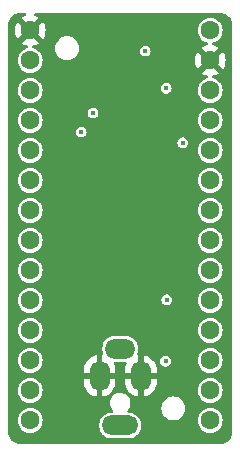
<source format=gbr>
%TF.GenerationSoftware,KiCad,Pcbnew,8.0.1-8.0.1-1~ubuntu22.04.1*%
%TF.CreationDate,2024-04-06T21:19:23+01:00*%
%TF.ProjectId,CONTROLLER_teensy4,434f4e54-524f-44c4-9c45-525f7465656e,rev?*%
%TF.SameCoordinates,Original*%
%TF.FileFunction,Copper,L3,Inr*%
%TF.FilePolarity,Positive*%
%FSLAX46Y46*%
G04 Gerber Fmt 4.6, Leading zero omitted, Abs format (unit mm)*
G04 Created by KiCad (PCBNEW 8.0.1-8.0.1-1~ubuntu22.04.1) date 2024-04-06 21:19:23*
%MOMM*%
%LPD*%
G01*
G04 APERTURE LIST*
G04 Aperture macros list*
%AMRoundRect*
0 Rectangle with rounded corners*
0 $1 Rounding radius*
0 $2 $3 $4 $5 $6 $7 $8 $9 X,Y pos of 4 corners*
0 Add a 4 corners polygon primitive as box body*
4,1,4,$2,$3,$4,$5,$6,$7,$8,$9,$2,$3,0*
0 Add four circle primitives for the rounded corners*
1,1,$1+$1,$2,$3*
1,1,$1+$1,$4,$5*
1,1,$1+$1,$6,$7*
1,1,$1+$1,$8,$9*
0 Add four rect primitives between the rounded corners*
20,1,$1+$1,$2,$3,$4,$5,0*
20,1,$1+$1,$4,$5,$6,$7,0*
20,1,$1+$1,$6,$7,$8,$9,0*
20,1,$1+$1,$8,$9,$2,$3,0*%
G04 Aperture macros list end*
%TA.AperFunction,ComponentPad*%
%ADD10RoundRect,0.800000X-0.050000X-0.450000X0.050000X-0.450000X0.050000X0.450000X-0.050000X0.450000X0*%
%TD*%
%TA.AperFunction,ComponentPad*%
%ADD11RoundRect,0.800000X-0.450000X0.050000X-0.450000X-0.050000X0.450000X-0.050000X0.450000X0.050000X0*%
%TD*%
%TA.AperFunction,ComponentPad*%
%ADD12RoundRect,0.800000X-0.700000X0.050000X-0.700000X-0.050000X0.700000X-0.050000X0.700000X0.050000X0*%
%TD*%
%TA.AperFunction,ComponentPad*%
%ADD13C,1.600000*%
%TD*%
%TA.AperFunction,ViaPad*%
%ADD14C,0.400000*%
%TD*%
G04 APERTURE END LIST*
D10*
%TO.N,GND*%
%TO.C,J5*%
X101750000Y-96745000D03*
D11*
%TO.N,/extRef*%
X100000000Y-94445000D03*
D10*
%TO.N,GND*%
X98250000Y-96745000D03*
D12*
%TO.N,/extRef*%
X100000000Y-100945000D03*
%TD*%
D13*
%TO.N,GND*%
%TO.C,U1*%
X92380000Y-67490000D03*
%TO.N,unconnected-(U1-0_RX1_CRX2_CS1-Pad2)*%
X92380000Y-70030000D03*
%TO.N,unconnected-(U1-1_TX1_CTX2_MISO1-Pad3)*%
X92380000Y-72570000D03*
%TO.N,/addr_bus_0*%
X92380000Y-75110000D03*
%TO.N,/addr_bus_1*%
X92380000Y-77650000D03*
%TO.N,/addr_bus_2*%
X92380000Y-80190000D03*
%TO.N,/addr_bus_3*%
X92380000Y-82730000D03*
%TO.N,/addr_bus_4*%
X92380000Y-85270000D03*
%TO.N,/IO2*%
X92380000Y-87810000D03*
%TO.N,/IO1_out*%
X92380000Y-90350000D03*
%TO.N,unconnected-(U1-9_OUT1C-Pad11)*%
X92380000Y-92890000D03*
%TO.N,unconnected-(U1-10_CS_MQSR-Pad12)*%
X92380000Y-95430000D03*
%TO.N,/PICO*%
X92380000Y-97970000D03*
%TO.N,/POCI*%
X92380000Y-100510000D03*
%TO.N,/SCLK*%
X107620000Y-100510000D03*
%TO.N,unconnected-(U1-14_A0_TX3_SPDIF_OUT-Pad21)*%
X107620000Y-97970000D03*
%TO.N,Net-(JP1-B)*%
X107620000Y-95430000D03*
%TO.N,Net-(JP2-B)*%
X107620000Y-92890000D03*
%TO.N,Net-(JP3-B)*%
X107620000Y-90350000D03*
%TO.N,/i2C_SCL*%
X107620000Y-87810000D03*
%TO.N,/I2C_SDA*%
X107620000Y-85270000D03*
%TO.N,unconnected-(U1-20_A6_TX5_LRCLK1-Pad27)*%
X107620000Y-82730000D03*
%TO.N,unconnected-(U1-21_A7_RX5_BCLK1-Pad28)*%
X107620000Y-80190000D03*
%TO.N,unconnected-(U1-22_A8_CTX1-Pad29)*%
X107620000Y-77650000D03*
%TO.N,unconnected-(U1-23_A9_CRX1_MCLK1-Pad30)*%
X107620000Y-75110000D03*
%TO.N,3V3_TEENSY*%
X107620000Y-72570000D03*
%TO.N,GND*%
X107620000Y-70030000D03*
%TO.N,unconnected-(U1-VIN-Pad33)*%
X107620000Y-67490000D03*
%TD*%
D14*
%TO.N,GND*%
X100000000Y-68220000D03*
%TO.N,/AUX1*%
X102125000Y-69250000D03*
X103850001Y-95500000D03*
%TO.N,/AUX3*%
X103900000Y-72400000D03*
X103950001Y-90300000D03*
%TO.N,GND*%
X100000000Y-80300000D03*
%TO.N,/PICO*%
X96700000Y-76100000D03*
%TO.N,/SCLK*%
X105300000Y-77000000D03*
%TO.N,/POCI*%
X97700000Y-74500000D03*
%TD*%
%TA.AperFunction,Conductor*%
%TO.N,GND*%
G36*
X92003918Y-66030185D02*
G01*
X92049673Y-66082989D01*
X92059617Y-66152147D01*
X92030592Y-66215703D01*
X91971814Y-66253477D01*
X91968972Y-66254275D01*
X91933682Y-66263730D01*
X91933673Y-66263734D01*
X91727516Y-66359866D01*
X91727512Y-66359868D01*
X91654526Y-66410973D01*
X91654526Y-66410974D01*
X92209765Y-66966212D01*
X92167708Y-66977482D01*
X92042292Y-67049890D01*
X91939890Y-67152292D01*
X91867482Y-67277708D01*
X91856212Y-67319764D01*
X91300974Y-66764526D01*
X91300973Y-66764526D01*
X91249868Y-66837512D01*
X91249866Y-66837516D01*
X91153734Y-67043673D01*
X91153730Y-67043682D01*
X91094860Y-67263389D01*
X91094858Y-67263400D01*
X91075034Y-67489997D01*
X91075034Y-67490002D01*
X91094858Y-67716599D01*
X91094860Y-67716610D01*
X91153730Y-67936317D01*
X91153735Y-67936331D01*
X91249863Y-68142478D01*
X91300974Y-68215472D01*
X91856212Y-67660234D01*
X91867482Y-67702292D01*
X91939890Y-67827708D01*
X92042292Y-67930110D01*
X92167708Y-68002518D01*
X92209765Y-68013787D01*
X91654526Y-68569025D01*
X91727513Y-68620132D01*
X91727521Y-68620136D01*
X91933668Y-68716264D01*
X91933682Y-68716269D01*
X92129256Y-68768673D01*
X92188917Y-68805038D01*
X92219446Y-68867885D01*
X92211151Y-68937261D01*
X92166666Y-68991138D01*
X92133158Y-69007109D01*
X91976043Y-69054769D01*
X91865898Y-69113643D01*
X91793550Y-69152315D01*
X91793548Y-69152316D01*
X91793547Y-69152317D01*
X91633589Y-69283589D01*
X91502317Y-69443547D01*
X91404769Y-69626043D01*
X91344699Y-69824067D01*
X91324417Y-70030000D01*
X91344699Y-70235932D01*
X91350972Y-70256610D01*
X91404768Y-70433954D01*
X91502315Y-70616450D01*
X91502317Y-70616452D01*
X91633589Y-70776410D01*
X91730209Y-70855702D01*
X91793550Y-70907685D01*
X91976046Y-71005232D01*
X92174066Y-71065300D01*
X92174065Y-71065300D01*
X92192529Y-71067118D01*
X92380000Y-71085583D01*
X92585934Y-71065300D01*
X92783954Y-71005232D01*
X92966450Y-70907685D01*
X93126410Y-70776410D01*
X93257685Y-70616450D01*
X93355232Y-70433954D01*
X93415300Y-70235934D01*
X93435583Y-70030002D01*
X106315034Y-70030002D01*
X106334858Y-70256599D01*
X106334860Y-70256610D01*
X106393730Y-70476317D01*
X106393735Y-70476331D01*
X106489863Y-70682478D01*
X106540974Y-70755472D01*
X107096212Y-70200234D01*
X107107482Y-70242292D01*
X107179890Y-70367708D01*
X107282292Y-70470110D01*
X107407708Y-70542518D01*
X107449765Y-70553787D01*
X106894526Y-71109025D01*
X106967513Y-71160132D01*
X106967521Y-71160136D01*
X107173668Y-71256264D01*
X107173682Y-71256269D01*
X107369256Y-71308673D01*
X107428917Y-71345038D01*
X107459446Y-71407885D01*
X107451151Y-71477261D01*
X107406666Y-71531138D01*
X107373158Y-71547109D01*
X107216043Y-71594769D01*
X107105898Y-71653643D01*
X107033550Y-71692315D01*
X107033548Y-71692316D01*
X107033547Y-71692317D01*
X106873589Y-71823589D01*
X106742317Y-71983547D01*
X106644769Y-72166043D01*
X106584699Y-72364067D01*
X106564417Y-72570000D01*
X106584699Y-72775932D01*
X106607319Y-72850499D01*
X106644768Y-72973954D01*
X106742315Y-73156450D01*
X106742317Y-73156452D01*
X106873589Y-73316410D01*
X106970209Y-73395702D01*
X107033550Y-73447685D01*
X107216046Y-73545232D01*
X107414066Y-73605300D01*
X107414065Y-73605300D01*
X107432529Y-73607118D01*
X107620000Y-73625583D01*
X107825934Y-73605300D01*
X108023954Y-73545232D01*
X108206450Y-73447685D01*
X108366410Y-73316410D01*
X108497685Y-73156450D01*
X108595232Y-72973954D01*
X108655300Y-72775934D01*
X108675583Y-72570000D01*
X108655300Y-72364066D01*
X108595232Y-72166046D01*
X108497685Y-71983550D01*
X108445702Y-71920209D01*
X108366410Y-71823589D01*
X108206452Y-71692317D01*
X108206453Y-71692317D01*
X108206450Y-71692315D01*
X108023954Y-71594768D01*
X107866840Y-71547108D01*
X107808402Y-71508811D01*
X107779946Y-71444999D01*
X107790506Y-71375932D01*
X107836730Y-71323538D01*
X107870743Y-71308673D01*
X108066317Y-71256269D01*
X108066331Y-71256264D01*
X108272478Y-71160136D01*
X108345471Y-71109024D01*
X107790234Y-70553787D01*
X107832292Y-70542518D01*
X107957708Y-70470110D01*
X108060110Y-70367708D01*
X108132518Y-70242292D01*
X108143787Y-70200234D01*
X108699024Y-70755471D01*
X108750136Y-70682478D01*
X108846264Y-70476331D01*
X108846269Y-70476317D01*
X108905139Y-70256610D01*
X108905141Y-70256599D01*
X108924966Y-70030002D01*
X108924966Y-70029997D01*
X108905141Y-69803400D01*
X108905139Y-69803389D01*
X108846269Y-69583682D01*
X108846264Y-69583668D01*
X108750136Y-69377521D01*
X108750132Y-69377513D01*
X108699025Y-69304526D01*
X108143787Y-69859764D01*
X108132518Y-69817708D01*
X108060110Y-69692292D01*
X107957708Y-69589890D01*
X107832292Y-69517482D01*
X107790234Y-69506212D01*
X108345472Y-68950974D01*
X108272478Y-68899863D01*
X108066331Y-68803735D01*
X108066319Y-68803731D01*
X107870742Y-68751326D01*
X107811082Y-68714961D01*
X107780553Y-68652114D01*
X107788848Y-68582738D01*
X107833333Y-68528860D01*
X107866837Y-68512892D01*
X108023954Y-68465232D01*
X108206450Y-68367685D01*
X108366410Y-68236410D01*
X108497685Y-68076450D01*
X108595232Y-67893954D01*
X108655300Y-67695934D01*
X108675583Y-67490000D01*
X108655300Y-67284066D01*
X108595232Y-67086046D01*
X108497685Y-66903550D01*
X108383592Y-66764526D01*
X108366410Y-66743589D01*
X108206452Y-66612317D01*
X108206453Y-66612317D01*
X108206450Y-66612315D01*
X108023954Y-66514768D01*
X107825934Y-66454700D01*
X107825932Y-66454699D01*
X107825934Y-66454699D01*
X107620000Y-66434417D01*
X107414067Y-66454699D01*
X107216043Y-66514769D01*
X107110259Y-66571313D01*
X107033550Y-66612315D01*
X107033548Y-66612316D01*
X107033547Y-66612317D01*
X106873589Y-66743589D01*
X106742317Y-66903547D01*
X106644769Y-67086043D01*
X106584699Y-67284067D01*
X106564417Y-67490000D01*
X106584699Y-67695932D01*
X106590972Y-67716610D01*
X106644768Y-67893954D01*
X106742315Y-68076450D01*
X106742317Y-68076452D01*
X106873589Y-68236410D01*
X106970209Y-68315702D01*
X107033550Y-68367685D01*
X107216046Y-68465232D01*
X107373160Y-68512891D01*
X107431597Y-68551187D01*
X107460053Y-68614999D01*
X107449493Y-68684067D01*
X107403269Y-68736460D01*
X107369257Y-68751326D01*
X107173680Y-68803731D01*
X107173673Y-68803734D01*
X106967516Y-68899866D01*
X106967512Y-68899868D01*
X106894526Y-68950973D01*
X106894526Y-68950974D01*
X107449765Y-69506212D01*
X107407708Y-69517482D01*
X107282292Y-69589890D01*
X107179890Y-69692292D01*
X107107482Y-69817708D01*
X107096212Y-69859764D01*
X106540974Y-69304526D01*
X106540973Y-69304526D01*
X106489868Y-69377512D01*
X106489866Y-69377516D01*
X106393734Y-69583673D01*
X106393730Y-69583682D01*
X106334860Y-69803389D01*
X106334858Y-69803400D01*
X106315034Y-70029997D01*
X106315034Y-70030002D01*
X93435583Y-70030002D01*
X93435583Y-70030000D01*
X93415300Y-69824066D01*
X93355232Y-69626046D01*
X93257685Y-69443550D01*
X93143592Y-69304526D01*
X93126410Y-69283589D01*
X92966452Y-69152317D01*
X92966453Y-69152317D01*
X92966450Y-69152315D01*
X92783954Y-69054768D01*
X92626840Y-69007108D01*
X92615994Y-69000000D01*
X94484611Y-69000000D01*
X94504121Y-69198095D01*
X94561903Y-69388574D01*
X94655731Y-69564114D01*
X94655735Y-69564121D01*
X94782011Y-69717988D01*
X94935878Y-69844264D01*
X94935885Y-69844268D01*
X95111425Y-69938096D01*
X95111427Y-69938097D01*
X95301907Y-69995879D01*
X95500000Y-70015389D01*
X95698093Y-69995879D01*
X95888573Y-69938097D01*
X96064120Y-69844265D01*
X96217988Y-69717988D01*
X96344265Y-69564120D01*
X96438097Y-69388573D01*
X96480133Y-69250000D01*
X101669867Y-69250000D01*
X101688302Y-69378225D01*
X101718134Y-69443547D01*
X101742118Y-69496063D01*
X101826951Y-69593967D01*
X101935931Y-69664004D01*
X102057442Y-69699682D01*
X102060225Y-69700499D01*
X102060227Y-69700500D01*
X102060228Y-69700500D01*
X102189773Y-69700500D01*
X102189773Y-69700499D01*
X102314069Y-69664004D01*
X102423049Y-69593967D01*
X102507882Y-69496063D01*
X102561697Y-69378226D01*
X102580133Y-69250000D01*
X102561697Y-69121774D01*
X102507882Y-69003937D01*
X102423049Y-68906033D01*
X102314069Y-68835996D01*
X102314065Y-68835994D01*
X102314064Y-68835994D01*
X102189774Y-68799500D01*
X102189772Y-68799500D01*
X102060228Y-68799500D01*
X102060226Y-68799500D01*
X101935935Y-68835994D01*
X101935932Y-68835995D01*
X101935931Y-68835996D01*
X101886311Y-68867885D01*
X101826950Y-68906033D01*
X101742118Y-69003937D01*
X101742117Y-69003938D01*
X101688302Y-69121774D01*
X101669867Y-69250000D01*
X96480133Y-69250000D01*
X96495879Y-69198093D01*
X96515389Y-69000000D01*
X96495879Y-68801907D01*
X96438097Y-68611427D01*
X96359954Y-68465232D01*
X96344268Y-68435885D01*
X96344264Y-68435878D01*
X96217988Y-68282011D01*
X96064121Y-68155735D01*
X96064114Y-68155731D01*
X95888574Y-68061903D01*
X95698095Y-68004121D01*
X95500000Y-67984611D01*
X95301904Y-68004121D01*
X95111425Y-68061903D01*
X94935885Y-68155731D01*
X94935878Y-68155735D01*
X94782011Y-68282011D01*
X94655735Y-68435878D01*
X94655731Y-68435885D01*
X94561903Y-68611425D01*
X94504121Y-68801904D01*
X94484611Y-69000000D01*
X92615994Y-69000000D01*
X92568402Y-68968811D01*
X92539946Y-68904999D01*
X92550506Y-68835932D01*
X92596730Y-68783538D01*
X92630743Y-68768673D01*
X92826317Y-68716269D01*
X92826331Y-68716264D01*
X93032478Y-68620136D01*
X93105471Y-68569024D01*
X92550234Y-68013787D01*
X92592292Y-68002518D01*
X92717708Y-67930110D01*
X92820110Y-67827708D01*
X92892518Y-67702292D01*
X92903787Y-67660234D01*
X93459024Y-68215471D01*
X93510136Y-68142478D01*
X93606264Y-67936331D01*
X93606269Y-67936317D01*
X93665139Y-67716610D01*
X93665141Y-67716599D01*
X93684966Y-67490002D01*
X93684966Y-67489997D01*
X93665141Y-67263400D01*
X93665139Y-67263389D01*
X93606269Y-67043682D01*
X93606264Y-67043668D01*
X93510136Y-66837521D01*
X93510132Y-66837513D01*
X93459025Y-66764526D01*
X92903787Y-67319764D01*
X92892518Y-67277708D01*
X92820110Y-67152292D01*
X92717708Y-67049890D01*
X92592292Y-66977482D01*
X92550234Y-66966212D01*
X93105472Y-66410974D01*
X93032478Y-66359863D01*
X92826331Y-66263735D01*
X92826317Y-66263730D01*
X92791028Y-66254275D01*
X92731367Y-66217910D01*
X92700838Y-66155063D01*
X92709133Y-66085688D01*
X92753618Y-66031810D01*
X92820170Y-66010535D01*
X92823121Y-66010500D01*
X108494588Y-66010500D01*
X108505394Y-66010971D01*
X108661019Y-66024587D01*
X108682297Y-66028338D01*
X108827951Y-66067366D01*
X108848261Y-66074759D01*
X108984915Y-66138482D01*
X109003633Y-66149289D01*
X109127154Y-66235779D01*
X109143712Y-66249673D01*
X109250326Y-66356287D01*
X109264220Y-66372845D01*
X109350710Y-66496366D01*
X109361517Y-66515084D01*
X109425240Y-66651738D01*
X109432633Y-66672049D01*
X109471659Y-66817696D01*
X109475412Y-66838982D01*
X109489028Y-66994604D01*
X109489500Y-67005412D01*
X109489500Y-101494587D01*
X109489028Y-101505395D01*
X109475412Y-101661017D01*
X109471659Y-101682303D01*
X109432633Y-101827950D01*
X109425240Y-101848261D01*
X109361517Y-101984915D01*
X109350710Y-102003633D01*
X109264220Y-102127154D01*
X109250326Y-102143712D01*
X109143712Y-102250326D01*
X109127154Y-102264220D01*
X109003633Y-102350710D01*
X108984915Y-102361517D01*
X108848261Y-102425240D01*
X108827950Y-102432633D01*
X108682303Y-102471659D01*
X108661017Y-102475412D01*
X108527247Y-102487116D01*
X108505393Y-102489028D01*
X108494588Y-102489500D01*
X91505412Y-102489500D01*
X91494606Y-102489028D01*
X91469584Y-102486838D01*
X91338982Y-102475412D01*
X91317696Y-102471659D01*
X91172049Y-102432633D01*
X91151738Y-102425240D01*
X91015084Y-102361517D01*
X90996366Y-102350710D01*
X90872845Y-102264220D01*
X90856287Y-102250326D01*
X90749673Y-102143712D01*
X90735779Y-102127154D01*
X90649289Y-102003633D01*
X90638482Y-101984915D01*
X90574759Y-101848261D01*
X90567366Y-101827950D01*
X90528338Y-101682297D01*
X90524587Y-101661016D01*
X90510972Y-101505394D01*
X90510500Y-101494587D01*
X90510500Y-100510000D01*
X91324417Y-100510000D01*
X91344699Y-100715932D01*
X91344700Y-100715934D01*
X91404768Y-100913954D01*
X91502315Y-101096450D01*
X91502317Y-101096452D01*
X91633589Y-101256410D01*
X91730209Y-101335702D01*
X91793550Y-101387685D01*
X91976046Y-101485232D01*
X92174066Y-101545300D01*
X92174065Y-101545300D01*
X92192529Y-101547118D01*
X92380000Y-101565583D01*
X92585934Y-101545300D01*
X92783954Y-101485232D01*
X92966450Y-101387685D01*
X93126410Y-101256410D01*
X93257685Y-101096450D01*
X93284328Y-101046604D01*
X98249500Y-101046604D01*
X98264699Y-101200932D01*
X98264700Y-101200934D01*
X98324768Y-101398954D01*
X98422315Y-101581450D01*
X98456969Y-101623677D01*
X98553589Y-101741410D01*
X98579332Y-101762536D01*
X98713550Y-101872685D01*
X98896046Y-101970232D01*
X99094066Y-102030300D01*
X99094065Y-102030300D01*
X99132647Y-102034100D01*
X99248392Y-102045500D01*
X99248395Y-102045500D01*
X100751605Y-102045500D01*
X100751608Y-102045500D01*
X100905934Y-102030300D01*
X101103954Y-101970232D01*
X101286450Y-101872685D01*
X101446410Y-101741410D01*
X101577685Y-101581450D01*
X101675232Y-101398954D01*
X101735300Y-101200934D01*
X101750500Y-101046608D01*
X101750500Y-100843392D01*
X101735300Y-100689066D01*
X101675232Y-100491046D01*
X101577685Y-100308550D01*
X101488340Y-100199682D01*
X101446410Y-100148589D01*
X101286452Y-100017317D01*
X101286453Y-100017317D01*
X101286450Y-100017315D01*
X101103954Y-99919768D01*
X100905934Y-99859700D01*
X100905932Y-99859699D01*
X100905934Y-99859699D01*
X100786805Y-99847966D01*
X100751608Y-99844500D01*
X100751605Y-99844500D01*
X100716553Y-99844500D01*
X100649514Y-99824815D01*
X100603759Y-99772011D01*
X100593815Y-99702853D01*
X100622840Y-99639297D01*
X100624403Y-99637528D01*
X100699990Y-99553580D01*
X100699995Y-99553573D01*
X100708729Y-99538446D01*
X100730926Y-99500000D01*
X103484611Y-99500000D01*
X103504121Y-99698095D01*
X103561903Y-99888574D01*
X103655731Y-100064114D01*
X103655735Y-100064121D01*
X103782011Y-100217988D01*
X103935878Y-100344264D01*
X103935885Y-100344268D01*
X104111425Y-100438096D01*
X104111427Y-100438097D01*
X104301907Y-100495879D01*
X104500000Y-100515389D01*
X104554717Y-100510000D01*
X106564417Y-100510000D01*
X106584699Y-100715932D01*
X106584700Y-100715934D01*
X106644768Y-100913954D01*
X106742315Y-101096450D01*
X106742317Y-101096452D01*
X106873589Y-101256410D01*
X106970209Y-101335702D01*
X107033550Y-101387685D01*
X107216046Y-101485232D01*
X107414066Y-101545300D01*
X107414065Y-101545300D01*
X107432529Y-101547118D01*
X107620000Y-101565583D01*
X107825934Y-101545300D01*
X108023954Y-101485232D01*
X108206450Y-101387685D01*
X108366410Y-101256410D01*
X108497685Y-101096450D01*
X108595232Y-100913954D01*
X108655300Y-100715934D01*
X108675583Y-100510000D01*
X108655300Y-100304066D01*
X108595232Y-100106046D01*
X108497685Y-99923550D01*
X108415593Y-99823520D01*
X108366410Y-99763589D01*
X108248677Y-99666969D01*
X108206450Y-99632315D01*
X108023954Y-99534768D01*
X107825934Y-99474700D01*
X107825932Y-99474699D01*
X107825934Y-99474699D01*
X107620000Y-99454417D01*
X107414067Y-99474699D01*
X107216043Y-99534769D01*
X107105898Y-99593643D01*
X107033550Y-99632315D01*
X107033548Y-99632316D01*
X107033547Y-99632317D01*
X106873589Y-99763589D01*
X106742317Y-99923547D01*
X106644769Y-100106043D01*
X106584699Y-100304067D01*
X106564417Y-100510000D01*
X104554717Y-100510000D01*
X104698093Y-100495879D01*
X104888573Y-100438097D01*
X105064120Y-100344265D01*
X105217988Y-100217988D01*
X105344265Y-100064120D01*
X105438097Y-99888573D01*
X105495879Y-99698093D01*
X105515389Y-99500000D01*
X105495879Y-99301907D01*
X105438097Y-99111427D01*
X105402591Y-99045000D01*
X105344268Y-98935885D01*
X105344264Y-98935878D01*
X105217988Y-98782011D01*
X105064121Y-98655735D01*
X105064114Y-98655731D01*
X104888574Y-98561903D01*
X104698095Y-98504121D01*
X104500000Y-98484611D01*
X104301904Y-98504121D01*
X104111425Y-98561903D01*
X103935885Y-98655731D01*
X103935878Y-98655735D01*
X103782011Y-98782011D01*
X103655735Y-98935878D01*
X103655731Y-98935885D01*
X103561903Y-99111425D01*
X103504121Y-99301904D01*
X103484611Y-99500000D01*
X100730926Y-99500000D01*
X100790436Y-99396925D01*
X100846332Y-99224894D01*
X100865240Y-99045000D01*
X100846332Y-98865106D01*
X100790436Y-98693075D01*
X100711557Y-98556452D01*
X100699995Y-98536426D01*
X100699990Y-98536419D01*
X100578959Y-98402001D01*
X100578957Y-98401999D01*
X100432621Y-98295680D01*
X100432620Y-98295679D01*
X100308901Y-98240597D01*
X100267374Y-98222108D01*
X100267372Y-98222107D01*
X100138200Y-98194651D01*
X100090442Y-98184500D01*
X99909558Y-98184500D01*
X99861799Y-98194651D01*
X99732628Y-98222107D01*
X99567379Y-98295679D01*
X99567378Y-98295680D01*
X99421042Y-98401999D01*
X99421040Y-98402001D01*
X99300009Y-98536419D01*
X99300004Y-98536426D01*
X99209564Y-98693074D01*
X99209561Y-98693080D01*
X99153669Y-98865101D01*
X99153668Y-98865103D01*
X99134760Y-99045000D01*
X99153668Y-99224896D01*
X99153669Y-99224898D01*
X99209561Y-99396919D01*
X99209564Y-99396925D01*
X99300004Y-99553573D01*
X99300009Y-99553580D01*
X99375597Y-99637528D01*
X99405827Y-99700519D01*
X99397202Y-99769854D01*
X99352461Y-99823520D01*
X99285808Y-99844478D01*
X99283447Y-99844500D01*
X99248392Y-99844500D01*
X99210298Y-99848251D01*
X99094067Y-99859699D01*
X98896043Y-99919769D01*
X98785898Y-99978643D01*
X98713550Y-100017315D01*
X98713548Y-100017316D01*
X98713547Y-100017317D01*
X98553589Y-100148589D01*
X98425994Y-100304067D01*
X98422315Y-100308550D01*
X98403225Y-100344265D01*
X98324769Y-100491043D01*
X98264699Y-100689067D01*
X98249500Y-100843395D01*
X98249500Y-101046604D01*
X93284328Y-101046604D01*
X93355232Y-100913954D01*
X93415300Y-100715934D01*
X93435583Y-100510000D01*
X93415300Y-100304066D01*
X93355232Y-100106046D01*
X93257685Y-99923550D01*
X93175593Y-99823520D01*
X93126410Y-99763589D01*
X93008677Y-99666969D01*
X92966450Y-99632315D01*
X92783954Y-99534768D01*
X92585934Y-99474700D01*
X92585932Y-99474699D01*
X92585934Y-99474699D01*
X92380000Y-99454417D01*
X92174067Y-99474699D01*
X91976043Y-99534769D01*
X91865898Y-99593643D01*
X91793550Y-99632315D01*
X91793548Y-99632316D01*
X91793547Y-99632317D01*
X91633589Y-99763589D01*
X91502317Y-99923547D01*
X91404769Y-100106043D01*
X91344699Y-100304067D01*
X91324417Y-100510000D01*
X90510500Y-100510000D01*
X90510500Y-97970000D01*
X91324417Y-97970000D01*
X91344699Y-98175932D01*
X91366132Y-98246588D01*
X91404768Y-98373954D01*
X91502315Y-98556450D01*
X91502317Y-98556452D01*
X91633589Y-98716410D01*
X91713527Y-98782012D01*
X91793550Y-98847685D01*
X91976046Y-98945232D01*
X92174066Y-99005300D01*
X92174065Y-99005300D01*
X92192529Y-99007118D01*
X92380000Y-99025583D01*
X92585934Y-99005300D01*
X92783954Y-98945232D01*
X92966450Y-98847685D01*
X93126410Y-98716410D01*
X93257685Y-98556450D01*
X93355232Y-98373954D01*
X93415300Y-98175934D01*
X93435583Y-97970000D01*
X93415300Y-97764066D01*
X93355232Y-97566046D01*
X93257685Y-97383550D01*
X93205702Y-97320209D01*
X93126410Y-97223589D01*
X92966452Y-97092317D01*
X92966453Y-97092317D01*
X92966450Y-97092315D01*
X92783954Y-96994768D01*
X92585934Y-96934700D01*
X92585932Y-96934699D01*
X92585934Y-96934699D01*
X92380000Y-96914417D01*
X92174067Y-96934699D01*
X91976043Y-96994769D01*
X91865898Y-97053643D01*
X91793550Y-97092315D01*
X91793548Y-97092316D01*
X91793547Y-97092317D01*
X91633589Y-97223589D01*
X91502317Y-97383547D01*
X91502315Y-97383550D01*
X91471818Y-97440606D01*
X91404769Y-97566043D01*
X91344699Y-97764067D01*
X91324417Y-97970000D01*
X90510500Y-97970000D01*
X90510500Y-96495000D01*
X96900000Y-96495000D01*
X97850000Y-96495000D01*
X97850000Y-96995000D01*
X96900001Y-96995000D01*
X96900001Y-97251765D01*
X96914859Y-97421603D01*
X96914859Y-97421607D01*
X96973730Y-97641317D01*
X96973734Y-97641326D01*
X97069865Y-97847482D01*
X97200342Y-98033820D01*
X97361179Y-98194657D01*
X97547517Y-98325134D01*
X97753673Y-98421265D01*
X97753682Y-98421269D01*
X97973396Y-98480141D01*
X97999999Y-98482467D01*
X98000000Y-98482467D01*
X98000000Y-97510686D01*
X98004394Y-97515080D01*
X98095606Y-97567741D01*
X98197339Y-97595000D01*
X98302661Y-97595000D01*
X98404394Y-97567741D01*
X98495606Y-97515080D01*
X98500000Y-97510686D01*
X98500000Y-98482467D01*
X98526603Y-98480141D01*
X98746317Y-98421269D01*
X98746326Y-98421265D01*
X98952482Y-98325134D01*
X99138820Y-98194657D01*
X99299657Y-98033820D01*
X99430134Y-97847482D01*
X99526265Y-97641326D01*
X99526269Y-97641317D01*
X99585139Y-97421610D01*
X99585141Y-97421599D01*
X99599999Y-97251766D01*
X99600000Y-97251764D01*
X99600000Y-96995000D01*
X98650000Y-96995000D01*
X98650000Y-96495000D01*
X99599999Y-96495000D01*
X99599999Y-96238238D01*
X99599998Y-96238234D01*
X99585140Y-96068396D01*
X99585140Y-96068392D01*
X99526269Y-95848682D01*
X99526265Y-95848673D01*
X99467153Y-95721905D01*
X99456661Y-95652827D01*
X99485181Y-95589043D01*
X99543657Y-95550804D01*
X99579535Y-95545500D01*
X100420465Y-95545500D01*
X100487504Y-95565185D01*
X100533259Y-95617989D01*
X100543203Y-95687147D01*
X100532847Y-95721905D01*
X100473734Y-95848673D01*
X100473730Y-95848682D01*
X100414860Y-96068389D01*
X100414858Y-96068400D01*
X100400000Y-96238233D01*
X100400000Y-96495000D01*
X101350000Y-96495000D01*
X101350000Y-96995000D01*
X100400001Y-96995000D01*
X100400001Y-97251765D01*
X100414859Y-97421603D01*
X100414859Y-97421607D01*
X100473730Y-97641317D01*
X100473734Y-97641326D01*
X100569865Y-97847482D01*
X100700342Y-98033820D01*
X100861179Y-98194657D01*
X101047517Y-98325134D01*
X101253673Y-98421265D01*
X101253682Y-98421269D01*
X101473396Y-98480141D01*
X101499999Y-98482467D01*
X101500000Y-98482467D01*
X101500000Y-97510686D01*
X101504394Y-97515080D01*
X101595606Y-97567741D01*
X101697339Y-97595000D01*
X101802661Y-97595000D01*
X101904394Y-97567741D01*
X101995606Y-97515080D01*
X102000000Y-97510686D01*
X102000000Y-98482467D01*
X102026603Y-98480141D01*
X102246317Y-98421269D01*
X102246326Y-98421265D01*
X102452482Y-98325134D01*
X102638820Y-98194657D01*
X102799657Y-98033820D01*
X102844345Y-97970000D01*
X106564417Y-97970000D01*
X106584699Y-98175932D01*
X106606132Y-98246588D01*
X106644768Y-98373954D01*
X106742315Y-98556450D01*
X106742317Y-98556452D01*
X106873589Y-98716410D01*
X106953527Y-98782012D01*
X107033550Y-98847685D01*
X107216046Y-98945232D01*
X107414066Y-99005300D01*
X107414065Y-99005300D01*
X107432529Y-99007118D01*
X107620000Y-99025583D01*
X107825934Y-99005300D01*
X108023954Y-98945232D01*
X108206450Y-98847685D01*
X108366410Y-98716410D01*
X108497685Y-98556450D01*
X108595232Y-98373954D01*
X108655300Y-98175934D01*
X108675583Y-97970000D01*
X108655300Y-97764066D01*
X108595232Y-97566046D01*
X108497685Y-97383550D01*
X108445702Y-97320209D01*
X108366410Y-97223589D01*
X108206452Y-97092317D01*
X108206453Y-97092317D01*
X108206450Y-97092315D01*
X108023954Y-96994768D01*
X107825934Y-96934700D01*
X107825932Y-96934699D01*
X107825934Y-96934699D01*
X107620000Y-96914417D01*
X107414067Y-96934699D01*
X107216043Y-96994769D01*
X107105898Y-97053643D01*
X107033550Y-97092315D01*
X107033548Y-97092316D01*
X107033547Y-97092317D01*
X106873589Y-97223589D01*
X106742317Y-97383547D01*
X106742315Y-97383550D01*
X106711818Y-97440606D01*
X106644769Y-97566043D01*
X106584699Y-97764067D01*
X106564417Y-97970000D01*
X102844345Y-97970000D01*
X102930134Y-97847482D01*
X103026265Y-97641326D01*
X103026269Y-97641317D01*
X103085139Y-97421610D01*
X103085141Y-97421599D01*
X103099999Y-97251766D01*
X103100000Y-97251764D01*
X103100000Y-96995000D01*
X102150000Y-96995000D01*
X102150000Y-96495000D01*
X103099999Y-96495000D01*
X103099999Y-96238238D01*
X103099998Y-96238234D01*
X103085140Y-96068396D01*
X103085140Y-96068392D01*
X103026269Y-95848682D01*
X103026265Y-95848673D01*
X102930134Y-95642517D01*
X102830341Y-95500000D01*
X103394868Y-95500000D01*
X103413303Y-95628225D01*
X103456086Y-95721905D01*
X103467119Y-95746063D01*
X103551952Y-95843967D01*
X103660932Y-95914004D01*
X103689047Y-95922259D01*
X103785226Y-95950499D01*
X103785228Y-95950500D01*
X103785229Y-95950500D01*
X103914774Y-95950500D01*
X103914774Y-95950499D01*
X104039070Y-95914004D01*
X104148050Y-95843967D01*
X104232883Y-95746063D01*
X104286698Y-95628226D01*
X104305134Y-95500000D01*
X104295070Y-95430000D01*
X106564417Y-95430000D01*
X106584699Y-95635932D01*
X106584700Y-95635934D01*
X106644768Y-95833954D01*
X106742315Y-96016450D01*
X106742317Y-96016452D01*
X106873589Y-96176410D01*
X106948922Y-96238233D01*
X107033550Y-96307685D01*
X107216046Y-96405232D01*
X107414066Y-96465300D01*
X107414065Y-96465300D01*
X107432529Y-96467118D01*
X107620000Y-96485583D01*
X107825934Y-96465300D01*
X108023954Y-96405232D01*
X108206450Y-96307685D01*
X108366410Y-96176410D01*
X108497685Y-96016450D01*
X108595232Y-95833954D01*
X108655300Y-95635934D01*
X108675583Y-95430000D01*
X108655300Y-95224066D01*
X108595232Y-95026046D01*
X108497685Y-94843550D01*
X108445702Y-94780209D01*
X108366410Y-94683589D01*
X108206452Y-94552317D01*
X108206453Y-94552317D01*
X108206450Y-94552315D01*
X108023954Y-94454768D01*
X107825934Y-94394700D01*
X107825932Y-94394699D01*
X107825934Y-94394699D01*
X107620000Y-94374417D01*
X107414067Y-94394699D01*
X107216043Y-94454769D01*
X107105898Y-94513643D01*
X107033550Y-94552315D01*
X107033548Y-94552316D01*
X107033547Y-94552317D01*
X106873589Y-94683589D01*
X106742317Y-94843547D01*
X106644769Y-95026043D01*
X106584699Y-95224067D01*
X106564417Y-95430000D01*
X104295070Y-95430000D01*
X104286698Y-95371774D01*
X104232883Y-95253937D01*
X104148050Y-95156033D01*
X104039070Y-95085996D01*
X104039066Y-95085994D01*
X104039065Y-95085994D01*
X103914775Y-95049500D01*
X103914773Y-95049500D01*
X103785229Y-95049500D01*
X103785227Y-95049500D01*
X103660936Y-95085994D01*
X103660933Y-95085995D01*
X103660932Y-95085996D01*
X103609678Y-95118934D01*
X103551951Y-95156033D01*
X103467119Y-95253937D01*
X103467118Y-95253938D01*
X103413303Y-95371774D01*
X103394868Y-95500000D01*
X102830341Y-95500000D01*
X102799657Y-95456179D01*
X102638820Y-95295342D01*
X102452482Y-95164865D01*
X102246326Y-95068734D01*
X102246320Y-95068731D01*
X102026608Y-95009859D01*
X102026601Y-95009858D01*
X102000000Y-95007531D01*
X102000000Y-95979314D01*
X101995606Y-95974920D01*
X101904394Y-95922259D01*
X101802661Y-95895000D01*
X101697339Y-95895000D01*
X101595606Y-95922259D01*
X101504394Y-95974920D01*
X101500000Y-95979314D01*
X101500000Y-95007530D01*
X101473266Y-94983034D01*
X101437137Y-94923231D01*
X101438378Y-94855616D01*
X101485300Y-94700934D01*
X101500500Y-94546608D01*
X101500500Y-94343392D01*
X101485300Y-94189066D01*
X101425232Y-93991046D01*
X101327685Y-93808550D01*
X101275702Y-93745209D01*
X101196410Y-93648589D01*
X101036452Y-93517317D01*
X101036453Y-93517317D01*
X101036450Y-93517315D01*
X100853954Y-93419768D01*
X100655934Y-93359700D01*
X100655932Y-93359699D01*
X100655934Y-93359699D01*
X100536805Y-93347966D01*
X100501608Y-93344500D01*
X99498392Y-93344500D01*
X99460298Y-93348251D01*
X99344067Y-93359699D01*
X99146043Y-93419769D01*
X99040002Y-93476450D01*
X98963550Y-93517315D01*
X98963548Y-93517316D01*
X98963547Y-93517317D01*
X98803589Y-93648589D01*
X98672317Y-93808547D01*
X98574769Y-93991043D01*
X98514699Y-94189067D01*
X98503251Y-94305298D01*
X98499500Y-94343392D01*
X98499500Y-94546608D01*
X98504502Y-94597398D01*
X98514699Y-94700932D01*
X98541982Y-94790872D01*
X98561621Y-94855615D01*
X98561622Y-94855616D01*
X98562245Y-94925483D01*
X98526734Y-94983034D01*
X98500000Y-95007531D01*
X98500000Y-95979314D01*
X98495606Y-95974920D01*
X98404394Y-95922259D01*
X98302661Y-95895000D01*
X98197339Y-95895000D01*
X98095606Y-95922259D01*
X98004394Y-95974920D01*
X98000000Y-95979314D01*
X98000000Y-95007531D01*
X97973398Y-95009858D01*
X97973391Y-95009859D01*
X97753679Y-95068731D01*
X97753673Y-95068734D01*
X97547517Y-95164865D01*
X97361179Y-95295342D01*
X97200342Y-95456179D01*
X97069865Y-95642517D01*
X96973734Y-95848673D01*
X96973730Y-95848682D01*
X96914860Y-96068389D01*
X96914858Y-96068400D01*
X96900000Y-96238233D01*
X96900000Y-96495000D01*
X90510500Y-96495000D01*
X90510500Y-95430000D01*
X91324417Y-95430000D01*
X91344699Y-95635932D01*
X91344700Y-95635934D01*
X91404768Y-95833954D01*
X91502315Y-96016450D01*
X91502317Y-96016452D01*
X91633589Y-96176410D01*
X91708922Y-96238233D01*
X91793550Y-96307685D01*
X91976046Y-96405232D01*
X92174066Y-96465300D01*
X92174065Y-96465300D01*
X92192529Y-96467118D01*
X92380000Y-96485583D01*
X92585934Y-96465300D01*
X92783954Y-96405232D01*
X92966450Y-96307685D01*
X93126410Y-96176410D01*
X93257685Y-96016450D01*
X93355232Y-95833954D01*
X93415300Y-95635934D01*
X93435583Y-95430000D01*
X93415300Y-95224066D01*
X93355232Y-95026046D01*
X93257685Y-94843550D01*
X93205702Y-94780209D01*
X93126410Y-94683589D01*
X92966452Y-94552317D01*
X92966453Y-94552317D01*
X92966450Y-94552315D01*
X92783954Y-94454768D01*
X92585934Y-94394700D01*
X92585932Y-94394699D01*
X92585934Y-94394699D01*
X92380000Y-94374417D01*
X92174067Y-94394699D01*
X91976043Y-94454769D01*
X91865898Y-94513643D01*
X91793550Y-94552315D01*
X91793548Y-94552316D01*
X91793547Y-94552317D01*
X91633589Y-94683589D01*
X91502317Y-94843547D01*
X91404769Y-95026043D01*
X91344699Y-95224067D01*
X91324417Y-95430000D01*
X90510500Y-95430000D01*
X90510500Y-92890000D01*
X91324417Y-92890000D01*
X91344699Y-93095932D01*
X91344700Y-93095934D01*
X91404768Y-93293954D01*
X91502315Y-93476450D01*
X91502317Y-93476452D01*
X91633589Y-93636410D01*
X91648431Y-93648590D01*
X91793550Y-93767685D01*
X91976046Y-93865232D01*
X92174066Y-93925300D01*
X92174065Y-93925300D01*
X92192529Y-93927118D01*
X92380000Y-93945583D01*
X92585934Y-93925300D01*
X92783954Y-93865232D01*
X92966450Y-93767685D01*
X93126410Y-93636410D01*
X93257685Y-93476450D01*
X93355232Y-93293954D01*
X93415300Y-93095934D01*
X93435583Y-92890000D01*
X106564417Y-92890000D01*
X106584699Y-93095932D01*
X106584700Y-93095934D01*
X106644768Y-93293954D01*
X106742315Y-93476450D01*
X106742317Y-93476452D01*
X106873589Y-93636410D01*
X106888431Y-93648590D01*
X107033550Y-93767685D01*
X107216046Y-93865232D01*
X107414066Y-93925300D01*
X107414065Y-93925300D01*
X107432529Y-93927118D01*
X107620000Y-93945583D01*
X107825934Y-93925300D01*
X108023954Y-93865232D01*
X108206450Y-93767685D01*
X108366410Y-93636410D01*
X108497685Y-93476450D01*
X108595232Y-93293954D01*
X108655300Y-93095934D01*
X108675583Y-92890000D01*
X108655300Y-92684066D01*
X108595232Y-92486046D01*
X108497685Y-92303550D01*
X108445702Y-92240209D01*
X108366410Y-92143589D01*
X108206452Y-92012317D01*
X108206453Y-92012317D01*
X108206450Y-92012315D01*
X108023954Y-91914768D01*
X107825934Y-91854700D01*
X107825932Y-91854699D01*
X107825934Y-91854699D01*
X107620000Y-91834417D01*
X107414067Y-91854699D01*
X107216043Y-91914769D01*
X107105898Y-91973643D01*
X107033550Y-92012315D01*
X107033548Y-92012316D01*
X107033547Y-92012317D01*
X106873589Y-92143589D01*
X106742317Y-92303547D01*
X106644769Y-92486043D01*
X106584699Y-92684067D01*
X106564417Y-92890000D01*
X93435583Y-92890000D01*
X93415300Y-92684066D01*
X93355232Y-92486046D01*
X93257685Y-92303550D01*
X93205702Y-92240209D01*
X93126410Y-92143589D01*
X92966452Y-92012317D01*
X92966453Y-92012317D01*
X92966450Y-92012315D01*
X92783954Y-91914768D01*
X92585934Y-91854700D01*
X92585932Y-91854699D01*
X92585934Y-91854699D01*
X92380000Y-91834417D01*
X92174067Y-91854699D01*
X91976043Y-91914769D01*
X91865898Y-91973643D01*
X91793550Y-92012315D01*
X91793548Y-92012316D01*
X91793547Y-92012317D01*
X91633589Y-92143589D01*
X91502317Y-92303547D01*
X91404769Y-92486043D01*
X91344699Y-92684067D01*
X91324417Y-92890000D01*
X90510500Y-92890000D01*
X90510500Y-90350000D01*
X91324417Y-90350000D01*
X91344699Y-90555932D01*
X91344700Y-90555934D01*
X91404768Y-90753954D01*
X91502315Y-90936450D01*
X91502317Y-90936452D01*
X91633589Y-91096410D01*
X91730209Y-91175702D01*
X91793550Y-91227685D01*
X91976046Y-91325232D01*
X92174066Y-91385300D01*
X92174065Y-91385300D01*
X92192529Y-91387118D01*
X92380000Y-91405583D01*
X92585934Y-91385300D01*
X92783954Y-91325232D01*
X92966450Y-91227685D01*
X93126410Y-91096410D01*
X93257685Y-90936450D01*
X93355232Y-90753954D01*
X93415300Y-90555934D01*
X93435583Y-90350000D01*
X93430658Y-90300000D01*
X103494868Y-90300000D01*
X103513303Y-90428225D01*
X103567118Y-90546061D01*
X103567119Y-90546063D01*
X103651952Y-90643967D01*
X103760932Y-90714004D01*
X103885226Y-90750499D01*
X103885228Y-90750500D01*
X103885229Y-90750500D01*
X104014774Y-90750500D01*
X104014774Y-90750499D01*
X104139070Y-90714004D01*
X104248050Y-90643967D01*
X104332883Y-90546063D01*
X104386698Y-90428226D01*
X104397945Y-90350000D01*
X106564417Y-90350000D01*
X106584699Y-90555932D01*
X106584700Y-90555934D01*
X106644768Y-90753954D01*
X106742315Y-90936450D01*
X106742317Y-90936452D01*
X106873589Y-91096410D01*
X106970209Y-91175702D01*
X107033550Y-91227685D01*
X107216046Y-91325232D01*
X107414066Y-91385300D01*
X107414065Y-91385300D01*
X107432529Y-91387118D01*
X107620000Y-91405583D01*
X107825934Y-91385300D01*
X108023954Y-91325232D01*
X108206450Y-91227685D01*
X108366410Y-91096410D01*
X108497685Y-90936450D01*
X108595232Y-90753954D01*
X108655300Y-90555934D01*
X108675583Y-90350000D01*
X108655300Y-90144066D01*
X108595232Y-89946046D01*
X108497685Y-89763550D01*
X108445702Y-89700209D01*
X108366410Y-89603589D01*
X108206452Y-89472317D01*
X108206453Y-89472317D01*
X108206450Y-89472315D01*
X108023954Y-89374768D01*
X107825934Y-89314700D01*
X107825932Y-89314699D01*
X107825934Y-89314699D01*
X107620000Y-89294417D01*
X107414067Y-89314699D01*
X107216043Y-89374769D01*
X107105898Y-89433643D01*
X107033550Y-89472315D01*
X107033548Y-89472316D01*
X107033547Y-89472317D01*
X106873589Y-89603589D01*
X106742317Y-89763547D01*
X106644769Y-89946043D01*
X106584699Y-90144067D01*
X106564417Y-90350000D01*
X104397945Y-90350000D01*
X104405134Y-90300000D01*
X104386698Y-90171774D01*
X104332883Y-90053937D01*
X104248050Y-89956033D01*
X104139070Y-89885996D01*
X104139066Y-89885994D01*
X104139065Y-89885994D01*
X104014775Y-89849500D01*
X104014773Y-89849500D01*
X103885229Y-89849500D01*
X103885227Y-89849500D01*
X103760936Y-89885994D01*
X103760933Y-89885995D01*
X103760932Y-89885996D01*
X103709678Y-89918934D01*
X103651951Y-89956033D01*
X103567119Y-90053937D01*
X103567118Y-90053938D01*
X103513303Y-90171774D01*
X103494868Y-90300000D01*
X93430658Y-90300000D01*
X93415300Y-90144066D01*
X93355232Y-89946046D01*
X93257685Y-89763550D01*
X93205702Y-89700209D01*
X93126410Y-89603589D01*
X92966452Y-89472317D01*
X92966453Y-89472317D01*
X92966450Y-89472315D01*
X92783954Y-89374768D01*
X92585934Y-89314700D01*
X92585932Y-89314699D01*
X92585934Y-89314699D01*
X92380000Y-89294417D01*
X92174067Y-89314699D01*
X91976043Y-89374769D01*
X91865898Y-89433643D01*
X91793550Y-89472315D01*
X91793548Y-89472316D01*
X91793547Y-89472317D01*
X91633589Y-89603589D01*
X91502317Y-89763547D01*
X91404769Y-89946043D01*
X91344699Y-90144067D01*
X91324417Y-90350000D01*
X90510500Y-90350000D01*
X90510500Y-87810000D01*
X91324417Y-87810000D01*
X91344699Y-88015932D01*
X91344700Y-88015934D01*
X91404768Y-88213954D01*
X91502315Y-88396450D01*
X91502317Y-88396452D01*
X91633589Y-88556410D01*
X91730209Y-88635702D01*
X91793550Y-88687685D01*
X91976046Y-88785232D01*
X92174066Y-88845300D01*
X92174065Y-88845300D01*
X92192529Y-88847118D01*
X92380000Y-88865583D01*
X92585934Y-88845300D01*
X92783954Y-88785232D01*
X92966450Y-88687685D01*
X93126410Y-88556410D01*
X93257685Y-88396450D01*
X93355232Y-88213954D01*
X93415300Y-88015934D01*
X93435583Y-87810000D01*
X106564417Y-87810000D01*
X106584699Y-88015932D01*
X106584700Y-88015934D01*
X106644768Y-88213954D01*
X106742315Y-88396450D01*
X106742317Y-88396452D01*
X106873589Y-88556410D01*
X106970209Y-88635702D01*
X107033550Y-88687685D01*
X107216046Y-88785232D01*
X107414066Y-88845300D01*
X107414065Y-88845300D01*
X107432529Y-88847118D01*
X107620000Y-88865583D01*
X107825934Y-88845300D01*
X108023954Y-88785232D01*
X108206450Y-88687685D01*
X108366410Y-88556410D01*
X108497685Y-88396450D01*
X108595232Y-88213954D01*
X108655300Y-88015934D01*
X108675583Y-87810000D01*
X108655300Y-87604066D01*
X108595232Y-87406046D01*
X108497685Y-87223550D01*
X108445702Y-87160209D01*
X108366410Y-87063589D01*
X108206452Y-86932317D01*
X108206453Y-86932317D01*
X108206450Y-86932315D01*
X108023954Y-86834768D01*
X107825934Y-86774700D01*
X107825932Y-86774699D01*
X107825934Y-86774699D01*
X107620000Y-86754417D01*
X107414067Y-86774699D01*
X107216043Y-86834769D01*
X107105898Y-86893643D01*
X107033550Y-86932315D01*
X107033548Y-86932316D01*
X107033547Y-86932317D01*
X106873589Y-87063589D01*
X106742317Y-87223547D01*
X106644769Y-87406043D01*
X106584699Y-87604067D01*
X106564417Y-87810000D01*
X93435583Y-87810000D01*
X93415300Y-87604066D01*
X93355232Y-87406046D01*
X93257685Y-87223550D01*
X93205702Y-87160209D01*
X93126410Y-87063589D01*
X92966452Y-86932317D01*
X92966453Y-86932317D01*
X92966450Y-86932315D01*
X92783954Y-86834768D01*
X92585934Y-86774700D01*
X92585932Y-86774699D01*
X92585934Y-86774699D01*
X92380000Y-86754417D01*
X92174067Y-86774699D01*
X91976043Y-86834769D01*
X91865898Y-86893643D01*
X91793550Y-86932315D01*
X91793548Y-86932316D01*
X91793547Y-86932317D01*
X91633589Y-87063589D01*
X91502317Y-87223547D01*
X91404769Y-87406043D01*
X91344699Y-87604067D01*
X91324417Y-87810000D01*
X90510500Y-87810000D01*
X90510500Y-85270000D01*
X91324417Y-85270000D01*
X91344699Y-85475932D01*
X91344700Y-85475934D01*
X91404768Y-85673954D01*
X91502315Y-85856450D01*
X91502317Y-85856452D01*
X91633589Y-86016410D01*
X91730209Y-86095702D01*
X91793550Y-86147685D01*
X91976046Y-86245232D01*
X92174066Y-86305300D01*
X92174065Y-86305300D01*
X92192529Y-86307118D01*
X92380000Y-86325583D01*
X92585934Y-86305300D01*
X92783954Y-86245232D01*
X92966450Y-86147685D01*
X93126410Y-86016410D01*
X93257685Y-85856450D01*
X93355232Y-85673954D01*
X93415300Y-85475934D01*
X93435583Y-85270000D01*
X106564417Y-85270000D01*
X106584699Y-85475932D01*
X106584700Y-85475934D01*
X106644768Y-85673954D01*
X106742315Y-85856450D01*
X106742317Y-85856452D01*
X106873589Y-86016410D01*
X106970209Y-86095702D01*
X107033550Y-86147685D01*
X107216046Y-86245232D01*
X107414066Y-86305300D01*
X107414065Y-86305300D01*
X107432529Y-86307118D01*
X107620000Y-86325583D01*
X107825934Y-86305300D01*
X108023954Y-86245232D01*
X108206450Y-86147685D01*
X108366410Y-86016410D01*
X108497685Y-85856450D01*
X108595232Y-85673954D01*
X108655300Y-85475934D01*
X108675583Y-85270000D01*
X108655300Y-85064066D01*
X108595232Y-84866046D01*
X108497685Y-84683550D01*
X108445702Y-84620209D01*
X108366410Y-84523589D01*
X108206452Y-84392317D01*
X108206453Y-84392317D01*
X108206450Y-84392315D01*
X108023954Y-84294768D01*
X107825934Y-84234700D01*
X107825932Y-84234699D01*
X107825934Y-84234699D01*
X107620000Y-84214417D01*
X107414067Y-84234699D01*
X107216043Y-84294769D01*
X107105898Y-84353643D01*
X107033550Y-84392315D01*
X107033548Y-84392316D01*
X107033547Y-84392317D01*
X106873589Y-84523589D01*
X106742317Y-84683547D01*
X106644769Y-84866043D01*
X106584699Y-85064067D01*
X106564417Y-85270000D01*
X93435583Y-85270000D01*
X93415300Y-85064066D01*
X93355232Y-84866046D01*
X93257685Y-84683550D01*
X93205702Y-84620209D01*
X93126410Y-84523589D01*
X92966452Y-84392317D01*
X92966453Y-84392317D01*
X92966450Y-84392315D01*
X92783954Y-84294768D01*
X92585934Y-84234700D01*
X92585932Y-84234699D01*
X92585934Y-84234699D01*
X92380000Y-84214417D01*
X92174067Y-84234699D01*
X91976043Y-84294769D01*
X91865898Y-84353643D01*
X91793550Y-84392315D01*
X91793548Y-84392316D01*
X91793547Y-84392317D01*
X91633589Y-84523589D01*
X91502317Y-84683547D01*
X91404769Y-84866043D01*
X91344699Y-85064067D01*
X91324417Y-85270000D01*
X90510500Y-85270000D01*
X90510500Y-82730000D01*
X91324417Y-82730000D01*
X91344699Y-82935932D01*
X91344700Y-82935934D01*
X91404768Y-83133954D01*
X91502315Y-83316450D01*
X91502317Y-83316452D01*
X91633589Y-83476410D01*
X91730209Y-83555702D01*
X91793550Y-83607685D01*
X91976046Y-83705232D01*
X92174066Y-83765300D01*
X92174065Y-83765300D01*
X92192529Y-83767118D01*
X92380000Y-83785583D01*
X92585934Y-83765300D01*
X92783954Y-83705232D01*
X92966450Y-83607685D01*
X93126410Y-83476410D01*
X93257685Y-83316450D01*
X93355232Y-83133954D01*
X93415300Y-82935934D01*
X93435583Y-82730000D01*
X106564417Y-82730000D01*
X106584699Y-82935932D01*
X106584700Y-82935934D01*
X106644768Y-83133954D01*
X106742315Y-83316450D01*
X106742317Y-83316452D01*
X106873589Y-83476410D01*
X106970209Y-83555702D01*
X107033550Y-83607685D01*
X107216046Y-83705232D01*
X107414066Y-83765300D01*
X107414065Y-83765300D01*
X107432529Y-83767118D01*
X107620000Y-83785583D01*
X107825934Y-83765300D01*
X108023954Y-83705232D01*
X108206450Y-83607685D01*
X108366410Y-83476410D01*
X108497685Y-83316450D01*
X108595232Y-83133954D01*
X108655300Y-82935934D01*
X108675583Y-82730000D01*
X108655300Y-82524066D01*
X108595232Y-82326046D01*
X108497685Y-82143550D01*
X108445702Y-82080209D01*
X108366410Y-81983589D01*
X108206452Y-81852317D01*
X108206453Y-81852317D01*
X108206450Y-81852315D01*
X108023954Y-81754768D01*
X107825934Y-81694700D01*
X107825932Y-81694699D01*
X107825934Y-81694699D01*
X107620000Y-81674417D01*
X107414067Y-81694699D01*
X107216043Y-81754769D01*
X107105898Y-81813643D01*
X107033550Y-81852315D01*
X107033548Y-81852316D01*
X107033547Y-81852317D01*
X106873589Y-81983589D01*
X106742317Y-82143547D01*
X106644769Y-82326043D01*
X106584699Y-82524067D01*
X106564417Y-82730000D01*
X93435583Y-82730000D01*
X93415300Y-82524066D01*
X93355232Y-82326046D01*
X93257685Y-82143550D01*
X93205702Y-82080209D01*
X93126410Y-81983589D01*
X92966452Y-81852317D01*
X92966453Y-81852317D01*
X92966450Y-81852315D01*
X92783954Y-81754768D01*
X92585934Y-81694700D01*
X92585932Y-81694699D01*
X92585934Y-81694699D01*
X92380000Y-81674417D01*
X92174067Y-81694699D01*
X91976043Y-81754769D01*
X91865898Y-81813643D01*
X91793550Y-81852315D01*
X91793548Y-81852316D01*
X91793547Y-81852317D01*
X91633589Y-81983589D01*
X91502317Y-82143547D01*
X91404769Y-82326043D01*
X91344699Y-82524067D01*
X91324417Y-82730000D01*
X90510500Y-82730000D01*
X90510500Y-80190000D01*
X91324417Y-80190000D01*
X91344699Y-80395932D01*
X91344700Y-80395934D01*
X91404768Y-80593954D01*
X91502315Y-80776450D01*
X91502317Y-80776452D01*
X91633589Y-80936410D01*
X91730209Y-81015702D01*
X91793550Y-81067685D01*
X91976046Y-81165232D01*
X92174066Y-81225300D01*
X92174065Y-81225300D01*
X92192529Y-81227118D01*
X92380000Y-81245583D01*
X92585934Y-81225300D01*
X92783954Y-81165232D01*
X92966450Y-81067685D01*
X93126410Y-80936410D01*
X93257685Y-80776450D01*
X93355232Y-80593954D01*
X93415300Y-80395934D01*
X93435583Y-80190000D01*
X106564417Y-80190000D01*
X106584699Y-80395932D01*
X106584700Y-80395934D01*
X106644768Y-80593954D01*
X106742315Y-80776450D01*
X106742317Y-80776452D01*
X106873589Y-80936410D01*
X106970209Y-81015702D01*
X107033550Y-81067685D01*
X107216046Y-81165232D01*
X107414066Y-81225300D01*
X107414065Y-81225300D01*
X107432529Y-81227118D01*
X107620000Y-81245583D01*
X107825934Y-81225300D01*
X108023954Y-81165232D01*
X108206450Y-81067685D01*
X108366410Y-80936410D01*
X108497685Y-80776450D01*
X108595232Y-80593954D01*
X108655300Y-80395934D01*
X108675583Y-80190000D01*
X108655300Y-79984066D01*
X108595232Y-79786046D01*
X108497685Y-79603550D01*
X108445702Y-79540209D01*
X108366410Y-79443589D01*
X108206452Y-79312317D01*
X108206453Y-79312317D01*
X108206450Y-79312315D01*
X108023954Y-79214768D01*
X107825934Y-79154700D01*
X107825932Y-79154699D01*
X107825934Y-79154699D01*
X107620000Y-79134417D01*
X107414067Y-79154699D01*
X107216043Y-79214769D01*
X107105898Y-79273643D01*
X107033550Y-79312315D01*
X107033548Y-79312316D01*
X107033547Y-79312317D01*
X106873589Y-79443589D01*
X106742317Y-79603547D01*
X106644769Y-79786043D01*
X106584699Y-79984067D01*
X106564417Y-80190000D01*
X93435583Y-80190000D01*
X93415300Y-79984066D01*
X93355232Y-79786046D01*
X93257685Y-79603550D01*
X93205702Y-79540209D01*
X93126410Y-79443589D01*
X92966452Y-79312317D01*
X92966453Y-79312317D01*
X92966450Y-79312315D01*
X92783954Y-79214768D01*
X92585934Y-79154700D01*
X92585932Y-79154699D01*
X92585934Y-79154699D01*
X92380000Y-79134417D01*
X92174067Y-79154699D01*
X91976043Y-79214769D01*
X91865898Y-79273643D01*
X91793550Y-79312315D01*
X91793548Y-79312316D01*
X91793547Y-79312317D01*
X91633589Y-79443589D01*
X91502317Y-79603547D01*
X91404769Y-79786043D01*
X91344699Y-79984067D01*
X91324417Y-80190000D01*
X90510500Y-80190000D01*
X90510500Y-77650000D01*
X91324417Y-77650000D01*
X91344699Y-77855932D01*
X91344700Y-77855934D01*
X91404768Y-78053954D01*
X91502315Y-78236450D01*
X91502317Y-78236452D01*
X91633589Y-78396410D01*
X91730209Y-78475702D01*
X91793550Y-78527685D01*
X91976046Y-78625232D01*
X92174066Y-78685300D01*
X92174065Y-78685300D01*
X92192529Y-78687118D01*
X92380000Y-78705583D01*
X92585934Y-78685300D01*
X92783954Y-78625232D01*
X92966450Y-78527685D01*
X93126410Y-78396410D01*
X93257685Y-78236450D01*
X93355232Y-78053954D01*
X93415300Y-77855934D01*
X93435583Y-77650000D01*
X106564417Y-77650000D01*
X106584699Y-77855932D01*
X106584700Y-77855934D01*
X106644768Y-78053954D01*
X106742315Y-78236450D01*
X106742317Y-78236452D01*
X106873589Y-78396410D01*
X106970209Y-78475702D01*
X107033550Y-78527685D01*
X107216046Y-78625232D01*
X107414066Y-78685300D01*
X107414065Y-78685300D01*
X107432529Y-78687118D01*
X107620000Y-78705583D01*
X107825934Y-78685300D01*
X108023954Y-78625232D01*
X108206450Y-78527685D01*
X108366410Y-78396410D01*
X108497685Y-78236450D01*
X108595232Y-78053954D01*
X108655300Y-77855934D01*
X108675583Y-77650000D01*
X108655300Y-77444066D01*
X108595232Y-77246046D01*
X108497685Y-77063550D01*
X108445531Y-77000000D01*
X108366410Y-76903589D01*
X108206452Y-76772317D01*
X108206453Y-76772317D01*
X108206450Y-76772315D01*
X108023954Y-76674768D01*
X107825934Y-76614700D01*
X107825932Y-76614699D01*
X107825934Y-76614699D01*
X107620000Y-76594417D01*
X107414067Y-76614699D01*
X107216043Y-76674769D01*
X107105898Y-76733643D01*
X107033550Y-76772315D01*
X107033548Y-76772316D01*
X107033547Y-76772317D01*
X106873589Y-76903589D01*
X106742317Y-77063547D01*
X106644769Y-77246043D01*
X106644768Y-77246045D01*
X106644768Y-77246046D01*
X106644763Y-77246062D01*
X106584699Y-77444067D01*
X106564417Y-77650000D01*
X93435583Y-77650000D01*
X93415300Y-77444066D01*
X93355232Y-77246046D01*
X93257685Y-77063550D01*
X93205531Y-77000000D01*
X104844867Y-77000000D01*
X104863302Y-77128225D01*
X104917109Y-77246043D01*
X104917118Y-77246063D01*
X105001951Y-77343967D01*
X105110931Y-77414004D01*
X105213319Y-77444067D01*
X105235225Y-77450499D01*
X105235227Y-77450500D01*
X105235228Y-77450500D01*
X105364773Y-77450500D01*
X105364773Y-77450499D01*
X105489069Y-77414004D01*
X105598049Y-77343967D01*
X105682882Y-77246063D01*
X105736697Y-77128226D01*
X105755133Y-77000000D01*
X105736697Y-76871774D01*
X105682882Y-76753937D01*
X105598049Y-76656033D01*
X105489069Y-76585996D01*
X105489065Y-76585994D01*
X105489064Y-76585994D01*
X105364774Y-76549500D01*
X105364772Y-76549500D01*
X105235228Y-76549500D01*
X105235226Y-76549500D01*
X105110935Y-76585994D01*
X105110932Y-76585995D01*
X105110931Y-76585996D01*
X105097828Y-76594417D01*
X105001950Y-76656033D01*
X104917118Y-76753937D01*
X104917117Y-76753938D01*
X104863302Y-76871774D01*
X104844867Y-77000000D01*
X93205531Y-77000000D01*
X93126410Y-76903589D01*
X92966452Y-76772317D01*
X92966453Y-76772317D01*
X92966450Y-76772315D01*
X92783954Y-76674768D01*
X92585934Y-76614700D01*
X92585932Y-76614699D01*
X92585934Y-76614699D01*
X92380000Y-76594417D01*
X92174067Y-76614699D01*
X91976043Y-76674769D01*
X91865898Y-76733643D01*
X91793550Y-76772315D01*
X91793548Y-76772316D01*
X91793547Y-76772317D01*
X91633589Y-76903589D01*
X91502317Y-77063547D01*
X91404769Y-77246043D01*
X91404768Y-77246045D01*
X91404768Y-77246046D01*
X91404763Y-77246062D01*
X91344699Y-77444067D01*
X91324417Y-77650000D01*
X90510500Y-77650000D01*
X90510500Y-75110000D01*
X91324417Y-75110000D01*
X91344699Y-75315932D01*
X91344700Y-75315934D01*
X91404768Y-75513954D01*
X91502315Y-75696450D01*
X91502317Y-75696452D01*
X91633589Y-75856410D01*
X91730209Y-75935702D01*
X91793550Y-75987685D01*
X91976046Y-76085232D01*
X92174066Y-76145300D01*
X92174065Y-76145300D01*
X92192529Y-76147118D01*
X92380000Y-76165583D01*
X92585934Y-76145300D01*
X92735270Y-76100000D01*
X96244867Y-76100000D01*
X96263302Y-76228225D01*
X96317117Y-76346061D01*
X96317118Y-76346063D01*
X96401951Y-76443967D01*
X96510931Y-76514004D01*
X96635225Y-76550499D01*
X96635227Y-76550500D01*
X96635228Y-76550500D01*
X96764773Y-76550500D01*
X96764773Y-76550499D01*
X96889069Y-76514004D01*
X96998049Y-76443967D01*
X97082882Y-76346063D01*
X97136697Y-76228226D01*
X97155133Y-76100000D01*
X97136697Y-75971774D01*
X97082882Y-75853937D01*
X96998049Y-75756033D01*
X96889069Y-75685996D01*
X96889065Y-75685994D01*
X96889064Y-75685994D01*
X96764774Y-75649500D01*
X96764772Y-75649500D01*
X96635228Y-75649500D01*
X96635226Y-75649500D01*
X96510935Y-75685994D01*
X96510932Y-75685995D01*
X96510931Y-75685996D01*
X96459677Y-75718934D01*
X96401950Y-75756033D01*
X96317118Y-75853937D01*
X96317117Y-75853938D01*
X96263302Y-75971774D01*
X96244867Y-76100000D01*
X92735270Y-76100000D01*
X92783954Y-76085232D01*
X92966450Y-75987685D01*
X93126410Y-75856410D01*
X93257685Y-75696450D01*
X93355232Y-75513954D01*
X93415300Y-75315934D01*
X93435583Y-75110000D01*
X106564417Y-75110000D01*
X106584699Y-75315932D01*
X106584700Y-75315934D01*
X106644768Y-75513954D01*
X106742315Y-75696450D01*
X106742317Y-75696452D01*
X106873589Y-75856410D01*
X106970209Y-75935702D01*
X107033550Y-75987685D01*
X107216046Y-76085232D01*
X107414066Y-76145300D01*
X107414065Y-76145300D01*
X107432529Y-76147118D01*
X107620000Y-76165583D01*
X107825934Y-76145300D01*
X108023954Y-76085232D01*
X108206450Y-75987685D01*
X108366410Y-75856410D01*
X108497685Y-75696450D01*
X108595232Y-75513954D01*
X108655300Y-75315934D01*
X108675583Y-75110000D01*
X108655300Y-74904066D01*
X108595232Y-74706046D01*
X108497685Y-74523550D01*
X108445702Y-74460209D01*
X108366410Y-74363589D01*
X108232798Y-74253938D01*
X108206450Y-74232315D01*
X108023954Y-74134768D01*
X107825934Y-74074700D01*
X107825932Y-74074699D01*
X107825934Y-74074699D01*
X107620000Y-74054417D01*
X107414067Y-74074699D01*
X107216043Y-74134769D01*
X107176262Y-74156033D01*
X107033550Y-74232315D01*
X107033548Y-74232316D01*
X107033547Y-74232317D01*
X106873589Y-74363589D01*
X106742317Y-74523547D01*
X106644769Y-74706043D01*
X106584699Y-74904067D01*
X106564417Y-75110000D01*
X93435583Y-75110000D01*
X93415300Y-74904066D01*
X93355232Y-74706046D01*
X93257685Y-74523550D01*
X93238358Y-74500000D01*
X97244867Y-74500000D01*
X97263302Y-74628225D01*
X97317117Y-74746061D01*
X97317118Y-74746063D01*
X97401951Y-74843967D01*
X97510931Y-74914004D01*
X97635225Y-74950499D01*
X97635227Y-74950500D01*
X97635228Y-74950500D01*
X97764773Y-74950500D01*
X97764773Y-74950499D01*
X97889069Y-74914004D01*
X97998049Y-74843967D01*
X98082882Y-74746063D01*
X98136697Y-74628226D01*
X98155133Y-74500000D01*
X98136697Y-74371774D01*
X98082882Y-74253937D01*
X97998049Y-74156033D01*
X97889069Y-74085996D01*
X97889065Y-74085994D01*
X97889064Y-74085994D01*
X97764774Y-74049500D01*
X97764772Y-74049500D01*
X97635228Y-74049500D01*
X97635226Y-74049500D01*
X97510935Y-74085994D01*
X97510932Y-74085995D01*
X97510931Y-74085996D01*
X97459677Y-74118934D01*
X97401950Y-74156033D01*
X97317118Y-74253937D01*
X97317117Y-74253938D01*
X97263302Y-74371774D01*
X97244867Y-74500000D01*
X93238358Y-74500000D01*
X93205702Y-74460209D01*
X93126410Y-74363589D01*
X92992798Y-74253938D01*
X92966450Y-74232315D01*
X92783954Y-74134768D01*
X92585934Y-74074700D01*
X92585932Y-74074699D01*
X92585934Y-74074699D01*
X92380000Y-74054417D01*
X92174067Y-74074699D01*
X91976043Y-74134769D01*
X91936262Y-74156033D01*
X91793550Y-74232315D01*
X91793548Y-74232316D01*
X91793547Y-74232317D01*
X91633589Y-74363589D01*
X91502317Y-74523547D01*
X91404769Y-74706043D01*
X91344699Y-74904067D01*
X91324417Y-75110000D01*
X90510500Y-75110000D01*
X90510500Y-72570000D01*
X91324417Y-72570000D01*
X91344699Y-72775932D01*
X91367319Y-72850499D01*
X91404768Y-72973954D01*
X91502315Y-73156450D01*
X91502317Y-73156452D01*
X91633589Y-73316410D01*
X91730209Y-73395702D01*
X91793550Y-73447685D01*
X91976046Y-73545232D01*
X92174066Y-73605300D01*
X92174065Y-73605300D01*
X92192529Y-73607118D01*
X92380000Y-73625583D01*
X92585934Y-73605300D01*
X92783954Y-73545232D01*
X92966450Y-73447685D01*
X93126410Y-73316410D01*
X93257685Y-73156450D01*
X93355232Y-72973954D01*
X93415300Y-72775934D01*
X93435583Y-72570000D01*
X93418839Y-72400000D01*
X103444867Y-72400000D01*
X103463302Y-72528225D01*
X103517117Y-72646061D01*
X103517118Y-72646063D01*
X103601951Y-72743967D01*
X103710931Y-72814004D01*
X103835225Y-72850499D01*
X103835227Y-72850500D01*
X103835228Y-72850500D01*
X103964773Y-72850500D01*
X103964773Y-72850499D01*
X104089069Y-72814004D01*
X104198049Y-72743967D01*
X104282882Y-72646063D01*
X104336697Y-72528226D01*
X104355133Y-72400000D01*
X104336697Y-72271774D01*
X104282882Y-72153937D01*
X104198049Y-72056033D01*
X104089069Y-71985996D01*
X104089065Y-71985994D01*
X104089064Y-71985994D01*
X103964774Y-71949500D01*
X103964772Y-71949500D01*
X103835228Y-71949500D01*
X103835226Y-71949500D01*
X103710935Y-71985994D01*
X103710932Y-71985995D01*
X103710931Y-71985996D01*
X103659677Y-72018934D01*
X103601950Y-72056033D01*
X103517118Y-72153937D01*
X103517117Y-72153938D01*
X103463302Y-72271774D01*
X103444867Y-72400000D01*
X93418839Y-72400000D01*
X93415300Y-72364066D01*
X93355232Y-72166046D01*
X93257685Y-71983550D01*
X93205702Y-71920209D01*
X93126410Y-71823589D01*
X92966452Y-71692317D01*
X92966453Y-71692317D01*
X92966450Y-71692315D01*
X92783954Y-71594768D01*
X92585934Y-71534700D01*
X92585932Y-71534699D01*
X92585934Y-71534699D01*
X92380000Y-71514417D01*
X92174067Y-71534699D01*
X91976043Y-71594769D01*
X91865898Y-71653643D01*
X91793550Y-71692315D01*
X91793548Y-71692316D01*
X91793547Y-71692317D01*
X91633589Y-71823589D01*
X91502317Y-71983547D01*
X91404769Y-72166043D01*
X91344699Y-72364067D01*
X91324417Y-72570000D01*
X90510500Y-72570000D01*
X90510500Y-67005412D01*
X90510972Y-66994605D01*
X90518938Y-66903550D01*
X90524587Y-66838978D01*
X90528338Y-66817704D01*
X90567367Y-66672044D01*
X90574759Y-66651738D01*
X90638483Y-66515081D01*
X90649289Y-66496366D01*
X90735779Y-66372845D01*
X90749667Y-66356293D01*
X90856293Y-66249667D01*
X90872845Y-66235779D01*
X90996366Y-66149289D01*
X91015081Y-66138483D01*
X91151740Y-66074758D01*
X91172044Y-66067367D01*
X91317704Y-66028338D01*
X91338978Y-66024587D01*
X91494605Y-66010971D01*
X91505412Y-66010500D01*
X91936879Y-66010500D01*
X92003918Y-66030185D01*
G37*
%TD.AperFunction*%
%TD*%
M02*

</source>
